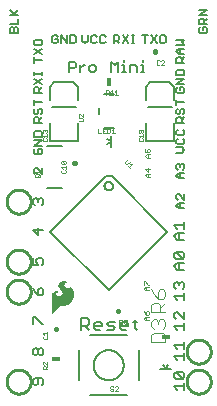
<source format=gbr>
G04 EAGLE Gerber RS-274X export*
G75*
%MOMM*%
%FSLAX34Y34*%
%LPD*%
%INSilkscreen Top*%
%IPPOS*%
%AMOC8*
5,1,8,0,0,1.08239X$1,22.5*%
G01*
%ADD10C,0.254000*%
%ADD11C,0.177800*%
%ADD12C,0.152400*%
%ADD13C,0.127000*%
%ADD14C,0.076200*%
%ADD15C,0.406400*%
%ADD16C,0.025400*%
%ADD17C,0.203200*%
%ADD18R,0.406400X0.711200*%
%ADD19R,0.711200X0.406400*%
%ADD20C,0.101600*%

G36*
X40650Y69751D02*
X40650Y69751D01*
X40654Y69749D01*
X40724Y69785D01*
X40734Y69790D01*
X40735Y69791D01*
X45607Y75273D01*
X46461Y76055D01*
X47451Y76644D01*
X47802Y76771D01*
X48170Y76836D01*
X50445Y76836D01*
X50450Y76838D01*
X50456Y76836D01*
X51820Y76960D01*
X51830Y76966D01*
X51842Y76964D01*
X53161Y77332D01*
X53169Y77340D01*
X53182Y77341D01*
X54412Y77941D01*
X54419Y77948D01*
X54430Y77951D01*
X55587Y78768D01*
X55592Y78776D01*
X55601Y78779D01*
X56632Y79751D01*
X56635Y79759D01*
X56641Y79761D01*
X56642Y79763D01*
X56644Y79764D01*
X57529Y80871D01*
X57531Y80881D01*
X57540Y80888D01*
X58487Y82569D01*
X58488Y82580D01*
X58496Y82590D01*
X59124Y84414D01*
X59123Y84425D01*
X59130Y84436D01*
X59418Y86343D01*
X59415Y86354D01*
X59420Y86366D01*
X59418Y86418D01*
X59410Y86670D01*
X59406Y86796D01*
X59406Y86797D01*
X59398Y87049D01*
X59390Y87302D01*
X59386Y87428D01*
X59378Y87680D01*
X59367Y88059D01*
X59359Y88294D01*
X59355Y88303D01*
X59357Y88315D01*
X59150Y89354D01*
X59145Y89362D01*
X59145Y89373D01*
X58787Y90370D01*
X58781Y90377D01*
X58780Y90388D01*
X58278Y91322D01*
X58269Y91329D01*
X58266Y91341D01*
X57359Y92478D01*
X57348Y92484D01*
X57341Y92497D01*
X56215Y93418D01*
X56172Y93430D01*
X56131Y93446D01*
X56126Y93444D01*
X56120Y93445D01*
X56082Y93424D01*
X56042Y93405D01*
X56039Y93399D01*
X56035Y93397D01*
X56027Y93368D01*
X56009Y93320D01*
X56009Y92440D01*
X55993Y92320D01*
X55949Y92217D01*
X55675Y91877D01*
X55314Y91629D01*
X55140Y91564D01*
X54602Y91506D01*
X54072Y91604D01*
X53584Y91853D01*
X52682Y92504D01*
X52270Y92858D01*
X51919Y93268D01*
X51636Y93726D01*
X51430Y94220D01*
X51371Y94520D01*
X51383Y94823D01*
X51540Y95342D01*
X51826Y95802D01*
X52221Y96172D01*
X52702Y96427D01*
X53192Y96566D01*
X53703Y96623D01*
X54306Y96623D01*
X54307Y96623D01*
X54329Y96632D01*
X54397Y96661D01*
X54432Y96753D01*
X54428Y96762D01*
X54394Y96838D01*
X54392Y96841D01*
X54391Y96842D01*
X54390Y96843D01*
X54369Y96863D01*
X54362Y96866D01*
X54358Y96874D01*
X53923Y97212D01*
X53908Y97216D01*
X53896Y97228D01*
X53392Y97449D01*
X53391Y97449D01*
X53035Y97601D01*
X52807Y97702D01*
X52797Y97703D01*
X52787Y97709D01*
X51909Y97929D01*
X51900Y97928D01*
X51890Y97932D01*
X50990Y98018D01*
X50980Y98014D01*
X50968Y98018D01*
X50100Y97952D01*
X50089Y97946D01*
X50076Y97947D01*
X49236Y97716D01*
X49226Y97708D01*
X49213Y97707D01*
X48433Y97319D01*
X48426Y97311D01*
X48415Y97308D01*
X47638Y96748D01*
X47634Y96741D01*
X47625Y96737D01*
X46929Y96079D01*
X46924Y96068D01*
X46913Y96060D01*
X46482Y95457D01*
X46479Y95442D01*
X46467Y95429D01*
X46200Y94737D01*
X46200Y94721D01*
X46192Y94706D01*
X46105Y93969D01*
X46110Y93954D01*
X46106Y93937D01*
X46205Y93202D01*
X46213Y93189D01*
X46213Y93172D01*
X46493Y92484D01*
X46502Y92475D01*
X46505Y92461D01*
X47692Y90703D01*
X47700Y90698D01*
X47704Y90687D01*
X49157Y89146D01*
X49527Y88711D01*
X49767Y88208D01*
X49869Y87660D01*
X49826Y87104D01*
X49640Y86579D01*
X49325Y86119D01*
X48900Y85754D01*
X48357Y85461D01*
X47771Y85263D01*
X47161Y85166D01*
X46450Y85201D01*
X45772Y85408D01*
X45166Y85773D01*
X44853Y86101D01*
X44647Y86505D01*
X44554Y86921D01*
X44554Y87349D01*
X44647Y87764D01*
X44719Y87902D01*
X44837Y88016D01*
X45661Y88615D01*
X45794Y88686D01*
X45932Y88714D01*
X46090Y88698D01*
X46133Y88712D01*
X46178Y88723D01*
X46180Y88727D01*
X46184Y88728D01*
X46204Y88769D01*
X46227Y88808D01*
X46226Y88812D01*
X46228Y88816D01*
X46213Y88859D01*
X46200Y88903D01*
X46197Y88905D01*
X46196Y88909D01*
X46158Y88928D01*
X46122Y88949D01*
X45639Y89025D01*
X45634Y89024D01*
X45629Y89026D01*
X44689Y89099D01*
X44680Y89096D01*
X44669Y89099D01*
X43729Y89026D01*
X43719Y89021D01*
X43707Y89022D01*
X43008Y88838D01*
X42998Y88830D01*
X42984Y88829D01*
X42336Y88508D01*
X42328Y88499D01*
X42314Y88495D01*
X41744Y88050D01*
X41738Y88039D01*
X41726Y88033D01*
X41256Y87483D01*
X41252Y87471D01*
X41241Y87462D01*
X40840Y86730D01*
X40839Y86717D01*
X40830Y86706D01*
X40590Y85907D01*
X40591Y85894D01*
X40585Y85881D01*
X40515Y85050D01*
X40517Y85044D01*
X40515Y85039D01*
X40515Y69875D01*
X40517Y69870D01*
X40515Y69866D01*
X40536Y69826D01*
X40553Y69784D01*
X40558Y69783D01*
X40560Y69778D01*
X40603Y69765D01*
X40645Y69749D01*
X40650Y69751D01*
G37*
D10*
X2540Y88900D02*
X2543Y89149D01*
X2552Y89399D01*
X2568Y89647D01*
X2589Y89896D01*
X2616Y90144D01*
X2650Y90391D01*
X2690Y90637D01*
X2735Y90882D01*
X2787Y91126D01*
X2844Y91369D01*
X2908Y91610D01*
X2977Y91849D01*
X3053Y92087D01*
X3134Y92323D01*
X3221Y92557D01*
X3313Y92788D01*
X3412Y93017D01*
X3515Y93244D01*
X3625Y93468D01*
X3740Y93689D01*
X3860Y93908D01*
X3985Y94123D01*
X4116Y94336D01*
X4252Y94545D01*
X4393Y94750D01*
X4539Y94952D01*
X4690Y95151D01*
X4846Y95345D01*
X5007Y95536D01*
X5172Y95723D01*
X5342Y95906D01*
X5516Y96084D01*
X5694Y96258D01*
X5877Y96428D01*
X6064Y96593D01*
X6255Y96754D01*
X6449Y96910D01*
X6648Y97061D01*
X6850Y97207D01*
X7055Y97348D01*
X7264Y97484D01*
X7477Y97615D01*
X7692Y97740D01*
X7911Y97860D01*
X8132Y97975D01*
X8356Y98085D01*
X8583Y98188D01*
X8812Y98287D01*
X9043Y98379D01*
X9277Y98466D01*
X9513Y98547D01*
X9751Y98623D01*
X9990Y98692D01*
X10231Y98756D01*
X10474Y98813D01*
X10718Y98865D01*
X10963Y98910D01*
X11209Y98950D01*
X11456Y98984D01*
X11704Y99011D01*
X11953Y99032D01*
X12201Y99048D01*
X12451Y99057D01*
X12700Y99060D01*
X12949Y99057D01*
X13199Y99048D01*
X13447Y99032D01*
X13696Y99011D01*
X13944Y98984D01*
X14191Y98950D01*
X14437Y98910D01*
X14682Y98865D01*
X14926Y98813D01*
X15169Y98756D01*
X15410Y98692D01*
X15649Y98623D01*
X15887Y98547D01*
X16123Y98466D01*
X16357Y98379D01*
X16588Y98287D01*
X16817Y98188D01*
X17044Y98085D01*
X17268Y97975D01*
X17489Y97860D01*
X17708Y97740D01*
X17923Y97615D01*
X18136Y97484D01*
X18345Y97348D01*
X18550Y97207D01*
X18752Y97061D01*
X18951Y96910D01*
X19145Y96754D01*
X19336Y96593D01*
X19523Y96428D01*
X19706Y96258D01*
X19884Y96084D01*
X20058Y95906D01*
X20228Y95723D01*
X20393Y95536D01*
X20554Y95345D01*
X20710Y95151D01*
X20861Y94952D01*
X21007Y94750D01*
X21148Y94545D01*
X21284Y94336D01*
X21415Y94123D01*
X21540Y93908D01*
X21660Y93689D01*
X21775Y93468D01*
X21885Y93244D01*
X21988Y93017D01*
X22087Y92788D01*
X22179Y92557D01*
X22266Y92323D01*
X22347Y92087D01*
X22423Y91849D01*
X22492Y91610D01*
X22556Y91369D01*
X22613Y91126D01*
X22665Y90882D01*
X22710Y90637D01*
X22750Y90391D01*
X22784Y90144D01*
X22811Y89896D01*
X22832Y89647D01*
X22848Y89399D01*
X22857Y89149D01*
X22860Y88900D01*
X22857Y88651D01*
X22848Y88401D01*
X22832Y88153D01*
X22811Y87904D01*
X22784Y87656D01*
X22750Y87409D01*
X22710Y87163D01*
X22665Y86918D01*
X22613Y86674D01*
X22556Y86431D01*
X22492Y86190D01*
X22423Y85951D01*
X22347Y85713D01*
X22266Y85477D01*
X22179Y85243D01*
X22087Y85012D01*
X21988Y84783D01*
X21885Y84556D01*
X21775Y84332D01*
X21660Y84111D01*
X21540Y83892D01*
X21415Y83677D01*
X21284Y83464D01*
X21148Y83255D01*
X21007Y83050D01*
X20861Y82848D01*
X20710Y82649D01*
X20554Y82455D01*
X20393Y82264D01*
X20228Y82077D01*
X20058Y81894D01*
X19884Y81716D01*
X19706Y81542D01*
X19523Y81372D01*
X19336Y81207D01*
X19145Y81046D01*
X18951Y80890D01*
X18752Y80739D01*
X18550Y80593D01*
X18345Y80452D01*
X18136Y80316D01*
X17923Y80185D01*
X17708Y80060D01*
X17489Y79940D01*
X17268Y79825D01*
X17044Y79715D01*
X16817Y79612D01*
X16588Y79513D01*
X16357Y79421D01*
X16123Y79334D01*
X15887Y79253D01*
X15649Y79177D01*
X15410Y79108D01*
X15169Y79044D01*
X14926Y78987D01*
X14682Y78935D01*
X14437Y78890D01*
X14191Y78850D01*
X13944Y78816D01*
X13696Y78789D01*
X13447Y78768D01*
X13199Y78752D01*
X12949Y78743D01*
X12700Y78740D01*
X12451Y78743D01*
X12201Y78752D01*
X11953Y78768D01*
X11704Y78789D01*
X11456Y78816D01*
X11209Y78850D01*
X10963Y78890D01*
X10718Y78935D01*
X10474Y78987D01*
X10231Y79044D01*
X9990Y79108D01*
X9751Y79177D01*
X9513Y79253D01*
X9277Y79334D01*
X9043Y79421D01*
X8812Y79513D01*
X8583Y79612D01*
X8356Y79715D01*
X8132Y79825D01*
X7911Y79940D01*
X7692Y80060D01*
X7477Y80185D01*
X7264Y80316D01*
X7055Y80452D01*
X6850Y80593D01*
X6648Y80739D01*
X6449Y80890D01*
X6255Y81046D01*
X6064Y81207D01*
X5877Y81372D01*
X5694Y81542D01*
X5516Y81716D01*
X5342Y81894D01*
X5172Y82077D01*
X5007Y82264D01*
X4846Y82455D01*
X4690Y82649D01*
X4539Y82848D01*
X4393Y83050D01*
X4252Y83255D01*
X4116Y83464D01*
X3985Y83677D01*
X3860Y83892D01*
X3740Y84111D01*
X3625Y84332D01*
X3515Y84556D01*
X3412Y84783D01*
X3313Y85012D01*
X3221Y85243D01*
X3134Y85477D01*
X3053Y85713D01*
X2977Y85951D01*
X2908Y86190D01*
X2844Y86431D01*
X2787Y86674D01*
X2735Y86918D01*
X2690Y87163D01*
X2650Y87409D01*
X2616Y87656D01*
X2589Y87904D01*
X2568Y88153D01*
X2552Y88401D01*
X2543Y88651D01*
X2540Y88900D01*
X2540Y114300D02*
X2543Y114549D01*
X2552Y114799D01*
X2568Y115047D01*
X2589Y115296D01*
X2616Y115544D01*
X2650Y115791D01*
X2690Y116037D01*
X2735Y116282D01*
X2787Y116526D01*
X2844Y116769D01*
X2908Y117010D01*
X2977Y117249D01*
X3053Y117487D01*
X3134Y117723D01*
X3221Y117957D01*
X3313Y118188D01*
X3412Y118417D01*
X3515Y118644D01*
X3625Y118868D01*
X3740Y119089D01*
X3860Y119308D01*
X3985Y119523D01*
X4116Y119736D01*
X4252Y119945D01*
X4393Y120150D01*
X4539Y120352D01*
X4690Y120551D01*
X4846Y120745D01*
X5007Y120936D01*
X5172Y121123D01*
X5342Y121306D01*
X5516Y121484D01*
X5694Y121658D01*
X5877Y121828D01*
X6064Y121993D01*
X6255Y122154D01*
X6449Y122310D01*
X6648Y122461D01*
X6850Y122607D01*
X7055Y122748D01*
X7264Y122884D01*
X7477Y123015D01*
X7692Y123140D01*
X7911Y123260D01*
X8132Y123375D01*
X8356Y123485D01*
X8583Y123588D01*
X8812Y123687D01*
X9043Y123779D01*
X9277Y123866D01*
X9513Y123947D01*
X9751Y124023D01*
X9990Y124092D01*
X10231Y124156D01*
X10474Y124213D01*
X10718Y124265D01*
X10963Y124310D01*
X11209Y124350D01*
X11456Y124384D01*
X11704Y124411D01*
X11953Y124432D01*
X12201Y124448D01*
X12451Y124457D01*
X12700Y124460D01*
X12949Y124457D01*
X13199Y124448D01*
X13447Y124432D01*
X13696Y124411D01*
X13944Y124384D01*
X14191Y124350D01*
X14437Y124310D01*
X14682Y124265D01*
X14926Y124213D01*
X15169Y124156D01*
X15410Y124092D01*
X15649Y124023D01*
X15887Y123947D01*
X16123Y123866D01*
X16357Y123779D01*
X16588Y123687D01*
X16817Y123588D01*
X17044Y123485D01*
X17268Y123375D01*
X17489Y123260D01*
X17708Y123140D01*
X17923Y123015D01*
X18136Y122884D01*
X18345Y122748D01*
X18550Y122607D01*
X18752Y122461D01*
X18951Y122310D01*
X19145Y122154D01*
X19336Y121993D01*
X19523Y121828D01*
X19706Y121658D01*
X19884Y121484D01*
X20058Y121306D01*
X20228Y121123D01*
X20393Y120936D01*
X20554Y120745D01*
X20710Y120551D01*
X20861Y120352D01*
X21007Y120150D01*
X21148Y119945D01*
X21284Y119736D01*
X21415Y119523D01*
X21540Y119308D01*
X21660Y119089D01*
X21775Y118868D01*
X21885Y118644D01*
X21988Y118417D01*
X22087Y118188D01*
X22179Y117957D01*
X22266Y117723D01*
X22347Y117487D01*
X22423Y117249D01*
X22492Y117010D01*
X22556Y116769D01*
X22613Y116526D01*
X22665Y116282D01*
X22710Y116037D01*
X22750Y115791D01*
X22784Y115544D01*
X22811Y115296D01*
X22832Y115047D01*
X22848Y114799D01*
X22857Y114549D01*
X22860Y114300D01*
X22857Y114051D01*
X22848Y113801D01*
X22832Y113553D01*
X22811Y113304D01*
X22784Y113056D01*
X22750Y112809D01*
X22710Y112563D01*
X22665Y112318D01*
X22613Y112074D01*
X22556Y111831D01*
X22492Y111590D01*
X22423Y111351D01*
X22347Y111113D01*
X22266Y110877D01*
X22179Y110643D01*
X22087Y110412D01*
X21988Y110183D01*
X21885Y109956D01*
X21775Y109732D01*
X21660Y109511D01*
X21540Y109292D01*
X21415Y109077D01*
X21284Y108864D01*
X21148Y108655D01*
X21007Y108450D01*
X20861Y108248D01*
X20710Y108049D01*
X20554Y107855D01*
X20393Y107664D01*
X20228Y107477D01*
X20058Y107294D01*
X19884Y107116D01*
X19706Y106942D01*
X19523Y106772D01*
X19336Y106607D01*
X19145Y106446D01*
X18951Y106290D01*
X18752Y106139D01*
X18550Y105993D01*
X18345Y105852D01*
X18136Y105716D01*
X17923Y105585D01*
X17708Y105460D01*
X17489Y105340D01*
X17268Y105225D01*
X17044Y105115D01*
X16817Y105012D01*
X16588Y104913D01*
X16357Y104821D01*
X16123Y104734D01*
X15887Y104653D01*
X15649Y104577D01*
X15410Y104508D01*
X15169Y104444D01*
X14926Y104387D01*
X14682Y104335D01*
X14437Y104290D01*
X14191Y104250D01*
X13944Y104216D01*
X13696Y104189D01*
X13447Y104168D01*
X13199Y104152D01*
X12949Y104143D01*
X12700Y104140D01*
X12451Y104143D01*
X12201Y104152D01*
X11953Y104168D01*
X11704Y104189D01*
X11456Y104216D01*
X11209Y104250D01*
X10963Y104290D01*
X10718Y104335D01*
X10474Y104387D01*
X10231Y104444D01*
X9990Y104508D01*
X9751Y104577D01*
X9513Y104653D01*
X9277Y104734D01*
X9043Y104821D01*
X8812Y104913D01*
X8583Y105012D01*
X8356Y105115D01*
X8132Y105225D01*
X7911Y105340D01*
X7692Y105460D01*
X7477Y105585D01*
X7264Y105716D01*
X7055Y105852D01*
X6850Y105993D01*
X6648Y106139D01*
X6449Y106290D01*
X6255Y106446D01*
X6064Y106607D01*
X5877Y106772D01*
X5694Y106942D01*
X5516Y107116D01*
X5342Y107294D01*
X5172Y107477D01*
X5007Y107664D01*
X4846Y107855D01*
X4690Y108049D01*
X4539Y108248D01*
X4393Y108450D01*
X4252Y108655D01*
X4116Y108864D01*
X3985Y109077D01*
X3860Y109292D01*
X3740Y109511D01*
X3625Y109732D01*
X3515Y109956D01*
X3412Y110183D01*
X3313Y110412D01*
X3221Y110643D01*
X3134Y110877D01*
X3053Y111113D01*
X2977Y111351D01*
X2908Y111590D01*
X2844Y111831D01*
X2787Y112074D01*
X2735Y112318D01*
X2690Y112563D01*
X2650Y112809D01*
X2616Y113056D01*
X2589Y113304D01*
X2568Y113553D01*
X2552Y113801D01*
X2543Y114051D01*
X2540Y114300D01*
X2540Y165100D02*
X2543Y165349D01*
X2552Y165599D01*
X2568Y165847D01*
X2589Y166096D01*
X2616Y166344D01*
X2650Y166591D01*
X2690Y166837D01*
X2735Y167082D01*
X2787Y167326D01*
X2844Y167569D01*
X2908Y167810D01*
X2977Y168049D01*
X3053Y168287D01*
X3134Y168523D01*
X3221Y168757D01*
X3313Y168988D01*
X3412Y169217D01*
X3515Y169444D01*
X3625Y169668D01*
X3740Y169889D01*
X3860Y170108D01*
X3985Y170323D01*
X4116Y170536D01*
X4252Y170745D01*
X4393Y170950D01*
X4539Y171152D01*
X4690Y171351D01*
X4846Y171545D01*
X5007Y171736D01*
X5172Y171923D01*
X5342Y172106D01*
X5516Y172284D01*
X5694Y172458D01*
X5877Y172628D01*
X6064Y172793D01*
X6255Y172954D01*
X6449Y173110D01*
X6648Y173261D01*
X6850Y173407D01*
X7055Y173548D01*
X7264Y173684D01*
X7477Y173815D01*
X7692Y173940D01*
X7911Y174060D01*
X8132Y174175D01*
X8356Y174285D01*
X8583Y174388D01*
X8812Y174487D01*
X9043Y174579D01*
X9277Y174666D01*
X9513Y174747D01*
X9751Y174823D01*
X9990Y174892D01*
X10231Y174956D01*
X10474Y175013D01*
X10718Y175065D01*
X10963Y175110D01*
X11209Y175150D01*
X11456Y175184D01*
X11704Y175211D01*
X11953Y175232D01*
X12201Y175248D01*
X12451Y175257D01*
X12700Y175260D01*
X12949Y175257D01*
X13199Y175248D01*
X13447Y175232D01*
X13696Y175211D01*
X13944Y175184D01*
X14191Y175150D01*
X14437Y175110D01*
X14682Y175065D01*
X14926Y175013D01*
X15169Y174956D01*
X15410Y174892D01*
X15649Y174823D01*
X15887Y174747D01*
X16123Y174666D01*
X16357Y174579D01*
X16588Y174487D01*
X16817Y174388D01*
X17044Y174285D01*
X17268Y174175D01*
X17489Y174060D01*
X17708Y173940D01*
X17923Y173815D01*
X18136Y173684D01*
X18345Y173548D01*
X18550Y173407D01*
X18752Y173261D01*
X18951Y173110D01*
X19145Y172954D01*
X19336Y172793D01*
X19523Y172628D01*
X19706Y172458D01*
X19884Y172284D01*
X20058Y172106D01*
X20228Y171923D01*
X20393Y171736D01*
X20554Y171545D01*
X20710Y171351D01*
X20861Y171152D01*
X21007Y170950D01*
X21148Y170745D01*
X21284Y170536D01*
X21415Y170323D01*
X21540Y170108D01*
X21660Y169889D01*
X21775Y169668D01*
X21885Y169444D01*
X21988Y169217D01*
X22087Y168988D01*
X22179Y168757D01*
X22266Y168523D01*
X22347Y168287D01*
X22423Y168049D01*
X22492Y167810D01*
X22556Y167569D01*
X22613Y167326D01*
X22665Y167082D01*
X22710Y166837D01*
X22750Y166591D01*
X22784Y166344D01*
X22811Y166096D01*
X22832Y165847D01*
X22848Y165599D01*
X22857Y165349D01*
X22860Y165100D01*
X22857Y164851D01*
X22848Y164601D01*
X22832Y164353D01*
X22811Y164104D01*
X22784Y163856D01*
X22750Y163609D01*
X22710Y163363D01*
X22665Y163118D01*
X22613Y162874D01*
X22556Y162631D01*
X22492Y162390D01*
X22423Y162151D01*
X22347Y161913D01*
X22266Y161677D01*
X22179Y161443D01*
X22087Y161212D01*
X21988Y160983D01*
X21885Y160756D01*
X21775Y160532D01*
X21660Y160311D01*
X21540Y160092D01*
X21415Y159877D01*
X21284Y159664D01*
X21148Y159455D01*
X21007Y159250D01*
X20861Y159048D01*
X20710Y158849D01*
X20554Y158655D01*
X20393Y158464D01*
X20228Y158277D01*
X20058Y158094D01*
X19884Y157916D01*
X19706Y157742D01*
X19523Y157572D01*
X19336Y157407D01*
X19145Y157246D01*
X18951Y157090D01*
X18752Y156939D01*
X18550Y156793D01*
X18345Y156652D01*
X18136Y156516D01*
X17923Y156385D01*
X17708Y156260D01*
X17489Y156140D01*
X17268Y156025D01*
X17044Y155915D01*
X16817Y155812D01*
X16588Y155713D01*
X16357Y155621D01*
X16123Y155534D01*
X15887Y155453D01*
X15649Y155377D01*
X15410Y155308D01*
X15169Y155244D01*
X14926Y155187D01*
X14682Y155135D01*
X14437Y155090D01*
X14191Y155050D01*
X13944Y155016D01*
X13696Y154989D01*
X13447Y154968D01*
X13199Y154952D01*
X12949Y154943D01*
X12700Y154940D01*
X12451Y154943D01*
X12201Y154952D01*
X11953Y154968D01*
X11704Y154989D01*
X11456Y155016D01*
X11209Y155050D01*
X10963Y155090D01*
X10718Y155135D01*
X10474Y155187D01*
X10231Y155244D01*
X9990Y155308D01*
X9751Y155377D01*
X9513Y155453D01*
X9277Y155534D01*
X9043Y155621D01*
X8812Y155713D01*
X8583Y155812D01*
X8356Y155915D01*
X8132Y156025D01*
X7911Y156140D01*
X7692Y156260D01*
X7477Y156385D01*
X7264Y156516D01*
X7055Y156652D01*
X6850Y156793D01*
X6648Y156939D01*
X6449Y157090D01*
X6255Y157246D01*
X6064Y157407D01*
X5877Y157572D01*
X5694Y157742D01*
X5516Y157916D01*
X5342Y158094D01*
X5172Y158277D01*
X5007Y158464D01*
X4846Y158655D01*
X4690Y158849D01*
X4539Y159048D01*
X4393Y159250D01*
X4252Y159455D01*
X4116Y159664D01*
X3985Y159877D01*
X3860Y160092D01*
X3740Y160311D01*
X3625Y160532D01*
X3515Y160756D01*
X3412Y160983D01*
X3313Y161212D01*
X3221Y161443D01*
X3134Y161677D01*
X3053Y161913D01*
X2977Y162151D01*
X2908Y162390D01*
X2844Y162631D01*
X2787Y162874D01*
X2735Y163118D01*
X2690Y163363D01*
X2650Y163609D01*
X2616Y163856D01*
X2589Y164104D01*
X2568Y164353D01*
X2552Y164601D01*
X2543Y164851D01*
X2540Y165100D01*
X2540Y12700D02*
X2543Y12949D01*
X2552Y13199D01*
X2568Y13447D01*
X2589Y13696D01*
X2616Y13944D01*
X2650Y14191D01*
X2690Y14437D01*
X2735Y14682D01*
X2787Y14926D01*
X2844Y15169D01*
X2908Y15410D01*
X2977Y15649D01*
X3053Y15887D01*
X3134Y16123D01*
X3221Y16357D01*
X3313Y16588D01*
X3412Y16817D01*
X3515Y17044D01*
X3625Y17268D01*
X3740Y17489D01*
X3860Y17708D01*
X3985Y17923D01*
X4116Y18136D01*
X4252Y18345D01*
X4393Y18550D01*
X4539Y18752D01*
X4690Y18951D01*
X4846Y19145D01*
X5007Y19336D01*
X5172Y19523D01*
X5342Y19706D01*
X5516Y19884D01*
X5694Y20058D01*
X5877Y20228D01*
X6064Y20393D01*
X6255Y20554D01*
X6449Y20710D01*
X6648Y20861D01*
X6850Y21007D01*
X7055Y21148D01*
X7264Y21284D01*
X7477Y21415D01*
X7692Y21540D01*
X7911Y21660D01*
X8132Y21775D01*
X8356Y21885D01*
X8583Y21988D01*
X8812Y22087D01*
X9043Y22179D01*
X9277Y22266D01*
X9513Y22347D01*
X9751Y22423D01*
X9990Y22492D01*
X10231Y22556D01*
X10474Y22613D01*
X10718Y22665D01*
X10963Y22710D01*
X11209Y22750D01*
X11456Y22784D01*
X11704Y22811D01*
X11953Y22832D01*
X12201Y22848D01*
X12451Y22857D01*
X12700Y22860D01*
X12949Y22857D01*
X13199Y22848D01*
X13447Y22832D01*
X13696Y22811D01*
X13944Y22784D01*
X14191Y22750D01*
X14437Y22710D01*
X14682Y22665D01*
X14926Y22613D01*
X15169Y22556D01*
X15410Y22492D01*
X15649Y22423D01*
X15887Y22347D01*
X16123Y22266D01*
X16357Y22179D01*
X16588Y22087D01*
X16817Y21988D01*
X17044Y21885D01*
X17268Y21775D01*
X17489Y21660D01*
X17708Y21540D01*
X17923Y21415D01*
X18136Y21284D01*
X18345Y21148D01*
X18550Y21007D01*
X18752Y20861D01*
X18951Y20710D01*
X19145Y20554D01*
X19336Y20393D01*
X19523Y20228D01*
X19706Y20058D01*
X19884Y19884D01*
X20058Y19706D01*
X20228Y19523D01*
X20393Y19336D01*
X20554Y19145D01*
X20710Y18951D01*
X20861Y18752D01*
X21007Y18550D01*
X21148Y18345D01*
X21284Y18136D01*
X21415Y17923D01*
X21540Y17708D01*
X21660Y17489D01*
X21775Y17268D01*
X21885Y17044D01*
X21988Y16817D01*
X22087Y16588D01*
X22179Y16357D01*
X22266Y16123D01*
X22347Y15887D01*
X22423Y15649D01*
X22492Y15410D01*
X22556Y15169D01*
X22613Y14926D01*
X22665Y14682D01*
X22710Y14437D01*
X22750Y14191D01*
X22784Y13944D01*
X22811Y13696D01*
X22832Y13447D01*
X22848Y13199D01*
X22857Y12949D01*
X22860Y12700D01*
X22857Y12451D01*
X22848Y12201D01*
X22832Y11953D01*
X22811Y11704D01*
X22784Y11456D01*
X22750Y11209D01*
X22710Y10963D01*
X22665Y10718D01*
X22613Y10474D01*
X22556Y10231D01*
X22492Y9990D01*
X22423Y9751D01*
X22347Y9513D01*
X22266Y9277D01*
X22179Y9043D01*
X22087Y8812D01*
X21988Y8583D01*
X21885Y8356D01*
X21775Y8132D01*
X21660Y7911D01*
X21540Y7692D01*
X21415Y7477D01*
X21284Y7264D01*
X21148Y7055D01*
X21007Y6850D01*
X20861Y6648D01*
X20710Y6449D01*
X20554Y6255D01*
X20393Y6064D01*
X20228Y5877D01*
X20058Y5694D01*
X19884Y5516D01*
X19706Y5342D01*
X19523Y5172D01*
X19336Y5007D01*
X19145Y4846D01*
X18951Y4690D01*
X18752Y4539D01*
X18550Y4393D01*
X18345Y4252D01*
X18136Y4116D01*
X17923Y3985D01*
X17708Y3860D01*
X17489Y3740D01*
X17268Y3625D01*
X17044Y3515D01*
X16817Y3412D01*
X16588Y3313D01*
X16357Y3221D01*
X16123Y3134D01*
X15887Y3053D01*
X15649Y2977D01*
X15410Y2908D01*
X15169Y2844D01*
X14926Y2787D01*
X14682Y2735D01*
X14437Y2690D01*
X14191Y2650D01*
X13944Y2616D01*
X13696Y2589D01*
X13447Y2568D01*
X13199Y2552D01*
X12949Y2543D01*
X12700Y2540D01*
X12451Y2543D01*
X12201Y2552D01*
X11953Y2568D01*
X11704Y2589D01*
X11456Y2616D01*
X11209Y2650D01*
X10963Y2690D01*
X10718Y2735D01*
X10474Y2787D01*
X10231Y2844D01*
X9990Y2908D01*
X9751Y2977D01*
X9513Y3053D01*
X9277Y3134D01*
X9043Y3221D01*
X8812Y3313D01*
X8583Y3412D01*
X8356Y3515D01*
X8132Y3625D01*
X7911Y3740D01*
X7692Y3860D01*
X7477Y3985D01*
X7264Y4116D01*
X7055Y4252D01*
X6850Y4393D01*
X6648Y4539D01*
X6449Y4690D01*
X6255Y4846D01*
X6064Y5007D01*
X5877Y5172D01*
X5694Y5342D01*
X5516Y5516D01*
X5342Y5694D01*
X5172Y5877D01*
X5007Y6064D01*
X4846Y6255D01*
X4690Y6449D01*
X4539Y6648D01*
X4393Y6850D01*
X4252Y7055D01*
X4116Y7264D01*
X3985Y7477D01*
X3860Y7692D01*
X3740Y7911D01*
X3625Y8132D01*
X3515Y8356D01*
X3412Y8583D01*
X3313Y8812D01*
X3221Y9043D01*
X3134Y9277D01*
X3053Y9513D01*
X2977Y9751D01*
X2908Y9990D01*
X2844Y10231D01*
X2787Y10474D01*
X2735Y10718D01*
X2690Y10963D01*
X2650Y11209D01*
X2616Y11456D01*
X2589Y11704D01*
X2568Y11953D01*
X2552Y12201D01*
X2543Y12451D01*
X2540Y12700D01*
X154940Y12700D02*
X154943Y12949D01*
X154952Y13199D01*
X154968Y13447D01*
X154989Y13696D01*
X155016Y13944D01*
X155050Y14191D01*
X155090Y14437D01*
X155135Y14682D01*
X155187Y14926D01*
X155244Y15169D01*
X155308Y15410D01*
X155377Y15649D01*
X155453Y15887D01*
X155534Y16123D01*
X155621Y16357D01*
X155713Y16588D01*
X155812Y16817D01*
X155915Y17044D01*
X156025Y17268D01*
X156140Y17489D01*
X156260Y17708D01*
X156385Y17923D01*
X156516Y18136D01*
X156652Y18345D01*
X156793Y18550D01*
X156939Y18752D01*
X157090Y18951D01*
X157246Y19145D01*
X157407Y19336D01*
X157572Y19523D01*
X157742Y19706D01*
X157916Y19884D01*
X158094Y20058D01*
X158277Y20228D01*
X158464Y20393D01*
X158655Y20554D01*
X158849Y20710D01*
X159048Y20861D01*
X159250Y21007D01*
X159455Y21148D01*
X159664Y21284D01*
X159877Y21415D01*
X160092Y21540D01*
X160311Y21660D01*
X160532Y21775D01*
X160756Y21885D01*
X160983Y21988D01*
X161212Y22087D01*
X161443Y22179D01*
X161677Y22266D01*
X161913Y22347D01*
X162151Y22423D01*
X162390Y22492D01*
X162631Y22556D01*
X162874Y22613D01*
X163118Y22665D01*
X163363Y22710D01*
X163609Y22750D01*
X163856Y22784D01*
X164104Y22811D01*
X164353Y22832D01*
X164601Y22848D01*
X164851Y22857D01*
X165100Y22860D01*
X165349Y22857D01*
X165599Y22848D01*
X165847Y22832D01*
X166096Y22811D01*
X166344Y22784D01*
X166591Y22750D01*
X166837Y22710D01*
X167082Y22665D01*
X167326Y22613D01*
X167569Y22556D01*
X167810Y22492D01*
X168049Y22423D01*
X168287Y22347D01*
X168523Y22266D01*
X168757Y22179D01*
X168988Y22087D01*
X169217Y21988D01*
X169444Y21885D01*
X169668Y21775D01*
X169889Y21660D01*
X170108Y21540D01*
X170323Y21415D01*
X170536Y21284D01*
X170745Y21148D01*
X170950Y21007D01*
X171152Y20861D01*
X171351Y20710D01*
X171545Y20554D01*
X171736Y20393D01*
X171923Y20228D01*
X172106Y20058D01*
X172284Y19884D01*
X172458Y19706D01*
X172628Y19523D01*
X172793Y19336D01*
X172954Y19145D01*
X173110Y18951D01*
X173261Y18752D01*
X173407Y18550D01*
X173548Y18345D01*
X173684Y18136D01*
X173815Y17923D01*
X173940Y17708D01*
X174060Y17489D01*
X174175Y17268D01*
X174285Y17044D01*
X174388Y16817D01*
X174487Y16588D01*
X174579Y16357D01*
X174666Y16123D01*
X174747Y15887D01*
X174823Y15649D01*
X174892Y15410D01*
X174956Y15169D01*
X175013Y14926D01*
X175065Y14682D01*
X175110Y14437D01*
X175150Y14191D01*
X175184Y13944D01*
X175211Y13696D01*
X175232Y13447D01*
X175248Y13199D01*
X175257Y12949D01*
X175260Y12700D01*
X175257Y12451D01*
X175248Y12201D01*
X175232Y11953D01*
X175211Y11704D01*
X175184Y11456D01*
X175150Y11209D01*
X175110Y10963D01*
X175065Y10718D01*
X175013Y10474D01*
X174956Y10231D01*
X174892Y9990D01*
X174823Y9751D01*
X174747Y9513D01*
X174666Y9277D01*
X174579Y9043D01*
X174487Y8812D01*
X174388Y8583D01*
X174285Y8356D01*
X174175Y8132D01*
X174060Y7911D01*
X173940Y7692D01*
X173815Y7477D01*
X173684Y7264D01*
X173548Y7055D01*
X173407Y6850D01*
X173261Y6648D01*
X173110Y6449D01*
X172954Y6255D01*
X172793Y6064D01*
X172628Y5877D01*
X172458Y5694D01*
X172284Y5516D01*
X172106Y5342D01*
X171923Y5172D01*
X171736Y5007D01*
X171545Y4846D01*
X171351Y4690D01*
X171152Y4539D01*
X170950Y4393D01*
X170745Y4252D01*
X170536Y4116D01*
X170323Y3985D01*
X170108Y3860D01*
X169889Y3740D01*
X169668Y3625D01*
X169444Y3515D01*
X169217Y3412D01*
X168988Y3313D01*
X168757Y3221D01*
X168523Y3134D01*
X168287Y3053D01*
X168049Y2977D01*
X167810Y2908D01*
X167569Y2844D01*
X167326Y2787D01*
X167082Y2735D01*
X166837Y2690D01*
X166591Y2650D01*
X166344Y2616D01*
X166096Y2589D01*
X165847Y2568D01*
X165599Y2552D01*
X165349Y2543D01*
X165100Y2540D01*
X164851Y2543D01*
X164601Y2552D01*
X164353Y2568D01*
X164104Y2589D01*
X163856Y2616D01*
X163609Y2650D01*
X163363Y2690D01*
X163118Y2735D01*
X162874Y2787D01*
X162631Y2844D01*
X162390Y2908D01*
X162151Y2977D01*
X161913Y3053D01*
X161677Y3134D01*
X161443Y3221D01*
X161212Y3313D01*
X160983Y3412D01*
X160756Y3515D01*
X160532Y3625D01*
X160311Y3740D01*
X160092Y3860D01*
X159877Y3985D01*
X159664Y4116D01*
X159455Y4252D01*
X159250Y4393D01*
X159048Y4539D01*
X158849Y4690D01*
X158655Y4846D01*
X158464Y5007D01*
X158277Y5172D01*
X158094Y5342D01*
X157916Y5516D01*
X157742Y5694D01*
X157572Y5877D01*
X157407Y6064D01*
X157246Y6255D01*
X157090Y6449D01*
X156939Y6648D01*
X156793Y6850D01*
X156652Y7055D01*
X156516Y7264D01*
X156385Y7477D01*
X156260Y7692D01*
X156140Y7911D01*
X156025Y8132D01*
X155915Y8356D01*
X155812Y8583D01*
X155713Y8812D01*
X155621Y9043D01*
X155534Y9277D01*
X155453Y9513D01*
X155377Y9751D01*
X155308Y9990D01*
X155244Y10231D01*
X155187Y10474D01*
X155135Y10718D01*
X155090Y10963D01*
X155050Y11209D01*
X155016Y11456D01*
X154989Y11704D01*
X154968Y11953D01*
X154952Y12201D01*
X154943Y12451D01*
X154940Y12700D01*
X154940Y38100D02*
X154943Y38349D01*
X154952Y38599D01*
X154968Y38847D01*
X154989Y39096D01*
X155016Y39344D01*
X155050Y39591D01*
X155090Y39837D01*
X155135Y40082D01*
X155187Y40326D01*
X155244Y40569D01*
X155308Y40810D01*
X155377Y41049D01*
X155453Y41287D01*
X155534Y41523D01*
X155621Y41757D01*
X155713Y41988D01*
X155812Y42217D01*
X155915Y42444D01*
X156025Y42668D01*
X156140Y42889D01*
X156260Y43108D01*
X156385Y43323D01*
X156516Y43536D01*
X156652Y43745D01*
X156793Y43950D01*
X156939Y44152D01*
X157090Y44351D01*
X157246Y44545D01*
X157407Y44736D01*
X157572Y44923D01*
X157742Y45106D01*
X157916Y45284D01*
X158094Y45458D01*
X158277Y45628D01*
X158464Y45793D01*
X158655Y45954D01*
X158849Y46110D01*
X159048Y46261D01*
X159250Y46407D01*
X159455Y46548D01*
X159664Y46684D01*
X159877Y46815D01*
X160092Y46940D01*
X160311Y47060D01*
X160532Y47175D01*
X160756Y47285D01*
X160983Y47388D01*
X161212Y47487D01*
X161443Y47579D01*
X161677Y47666D01*
X161913Y47747D01*
X162151Y47823D01*
X162390Y47892D01*
X162631Y47956D01*
X162874Y48013D01*
X163118Y48065D01*
X163363Y48110D01*
X163609Y48150D01*
X163856Y48184D01*
X164104Y48211D01*
X164353Y48232D01*
X164601Y48248D01*
X164851Y48257D01*
X165100Y48260D01*
X165349Y48257D01*
X165599Y48248D01*
X165847Y48232D01*
X166096Y48211D01*
X166344Y48184D01*
X166591Y48150D01*
X166837Y48110D01*
X167082Y48065D01*
X167326Y48013D01*
X167569Y47956D01*
X167810Y47892D01*
X168049Y47823D01*
X168287Y47747D01*
X168523Y47666D01*
X168757Y47579D01*
X168988Y47487D01*
X169217Y47388D01*
X169444Y47285D01*
X169668Y47175D01*
X169889Y47060D01*
X170108Y46940D01*
X170323Y46815D01*
X170536Y46684D01*
X170745Y46548D01*
X170950Y46407D01*
X171152Y46261D01*
X171351Y46110D01*
X171545Y45954D01*
X171736Y45793D01*
X171923Y45628D01*
X172106Y45458D01*
X172284Y45284D01*
X172458Y45106D01*
X172628Y44923D01*
X172793Y44736D01*
X172954Y44545D01*
X173110Y44351D01*
X173261Y44152D01*
X173407Y43950D01*
X173548Y43745D01*
X173684Y43536D01*
X173815Y43323D01*
X173940Y43108D01*
X174060Y42889D01*
X174175Y42668D01*
X174285Y42444D01*
X174388Y42217D01*
X174487Y41988D01*
X174579Y41757D01*
X174666Y41523D01*
X174747Y41287D01*
X174823Y41049D01*
X174892Y40810D01*
X174956Y40569D01*
X175013Y40326D01*
X175065Y40082D01*
X175110Y39837D01*
X175150Y39591D01*
X175184Y39344D01*
X175211Y39096D01*
X175232Y38847D01*
X175248Y38599D01*
X175257Y38349D01*
X175260Y38100D01*
X175257Y37851D01*
X175248Y37601D01*
X175232Y37353D01*
X175211Y37104D01*
X175184Y36856D01*
X175150Y36609D01*
X175110Y36363D01*
X175065Y36118D01*
X175013Y35874D01*
X174956Y35631D01*
X174892Y35390D01*
X174823Y35151D01*
X174747Y34913D01*
X174666Y34677D01*
X174579Y34443D01*
X174487Y34212D01*
X174388Y33983D01*
X174285Y33756D01*
X174175Y33532D01*
X174060Y33311D01*
X173940Y33092D01*
X173815Y32877D01*
X173684Y32664D01*
X173548Y32455D01*
X173407Y32250D01*
X173261Y32048D01*
X173110Y31849D01*
X172954Y31655D01*
X172793Y31464D01*
X172628Y31277D01*
X172458Y31094D01*
X172284Y30916D01*
X172106Y30742D01*
X171923Y30572D01*
X171736Y30407D01*
X171545Y30246D01*
X171351Y30090D01*
X171152Y29939D01*
X170950Y29793D01*
X170745Y29652D01*
X170536Y29516D01*
X170323Y29385D01*
X170108Y29260D01*
X169889Y29140D01*
X169668Y29025D01*
X169444Y28915D01*
X169217Y28812D01*
X168988Y28713D01*
X168757Y28621D01*
X168523Y28534D01*
X168287Y28453D01*
X168049Y28377D01*
X167810Y28308D01*
X167569Y28244D01*
X167326Y28187D01*
X167082Y28135D01*
X166837Y28090D01*
X166591Y28050D01*
X166344Y28016D01*
X166096Y27989D01*
X165847Y27968D01*
X165599Y27952D01*
X165349Y27943D01*
X165100Y27940D01*
X164851Y27943D01*
X164601Y27952D01*
X164353Y27968D01*
X164104Y27989D01*
X163856Y28016D01*
X163609Y28050D01*
X163363Y28090D01*
X163118Y28135D01*
X162874Y28187D01*
X162631Y28244D01*
X162390Y28308D01*
X162151Y28377D01*
X161913Y28453D01*
X161677Y28534D01*
X161443Y28621D01*
X161212Y28713D01*
X160983Y28812D01*
X160756Y28915D01*
X160532Y29025D01*
X160311Y29140D01*
X160092Y29260D01*
X159877Y29385D01*
X159664Y29516D01*
X159455Y29652D01*
X159250Y29793D01*
X159048Y29939D01*
X158849Y30090D01*
X158655Y30246D01*
X158464Y30407D01*
X158277Y30572D01*
X158094Y30742D01*
X157916Y30916D01*
X157742Y31094D01*
X157572Y31277D01*
X157407Y31464D01*
X157246Y31655D01*
X157090Y31849D01*
X156939Y32048D01*
X156793Y32250D01*
X156652Y32455D01*
X156516Y32664D01*
X156385Y32877D01*
X156260Y33092D01*
X156140Y33311D01*
X156025Y33532D01*
X155915Y33756D01*
X155812Y33983D01*
X155713Y34212D01*
X155621Y34443D01*
X155534Y34677D01*
X155453Y34913D01*
X155377Y35151D01*
X155308Y35390D01*
X155244Y35631D01*
X155187Y35874D01*
X155135Y36118D01*
X155090Y36363D01*
X155050Y36609D01*
X155016Y36856D01*
X154989Y37104D01*
X154968Y37353D01*
X154952Y37601D01*
X154943Y37851D01*
X154940Y38100D01*
D11*
X65405Y56515D02*
X65405Y66746D01*
X70520Y66746D01*
X72225Y65041D01*
X72225Y61630D01*
X70520Y59925D01*
X65405Y59925D01*
X68815Y59925D02*
X72225Y56515D01*
X78160Y56515D02*
X81570Y56515D01*
X78160Y56515D02*
X76454Y58220D01*
X76454Y61630D01*
X78160Y63335D01*
X81570Y63335D01*
X83275Y61630D01*
X83275Y59925D01*
X76454Y59925D01*
X87504Y56515D02*
X92619Y56515D01*
X94324Y58220D01*
X92619Y59925D01*
X89209Y59925D01*
X87504Y61630D01*
X89209Y63335D01*
X94324Y63335D01*
X100258Y56515D02*
X103669Y56515D01*
X100258Y56515D02*
X98553Y58220D01*
X98553Y61630D01*
X100258Y63335D01*
X103669Y63335D01*
X105374Y61630D01*
X105374Y59925D01*
X98553Y59925D01*
X111308Y58220D02*
X111308Y65041D01*
X111308Y58220D02*
X113013Y56515D01*
X113013Y63335D02*
X109603Y63335D01*
D12*
X33528Y11093D02*
X32087Y9652D01*
X33528Y11093D02*
X33528Y13974D01*
X32087Y15414D01*
X26325Y15414D01*
X24885Y13974D01*
X24885Y11093D01*
X26325Y9652D01*
X27766Y9652D01*
X29206Y11093D01*
X29206Y15414D01*
X26325Y35052D02*
X24885Y36493D01*
X24885Y39374D01*
X26325Y40814D01*
X27766Y40814D01*
X29206Y39374D01*
X30647Y40814D01*
X32087Y40814D01*
X33528Y39374D01*
X33528Y36493D01*
X32087Y35052D01*
X30647Y35052D01*
X29206Y36493D01*
X27766Y35052D01*
X26325Y35052D01*
X29206Y36493D02*
X29206Y39374D01*
X24885Y61722D02*
X24885Y67484D01*
X26325Y67484D01*
X32087Y61722D01*
X33528Y61722D01*
X26325Y88733D02*
X24885Y91614D01*
X26325Y88733D02*
X29206Y85852D01*
X32087Y85852D01*
X33528Y87293D01*
X33528Y90174D01*
X32087Y91614D01*
X30647Y91614D01*
X29206Y90174D01*
X29206Y85852D01*
X24885Y111252D02*
X24885Y117014D01*
X24885Y111252D02*
X29206Y111252D01*
X27766Y114133D01*
X27766Y115574D01*
X29206Y117014D01*
X32087Y117014D01*
X33528Y115574D01*
X33528Y112693D01*
X32087Y111252D01*
X33528Y140974D02*
X24885Y140974D01*
X29206Y136652D01*
X29206Y142414D01*
X26325Y162052D02*
X24885Y163493D01*
X24885Y166374D01*
X26325Y167814D01*
X27766Y167814D01*
X29206Y166374D01*
X29206Y164933D01*
X29206Y166374D02*
X30647Y167814D01*
X32087Y167814D01*
X33528Y166374D01*
X33528Y163493D01*
X32087Y162052D01*
D13*
X32385Y188595D02*
X32385Y193171D01*
X32385Y188595D02*
X27809Y193171D01*
X26665Y193171D01*
X25521Y192027D01*
X25521Y189739D01*
X26665Y188595D01*
X25521Y208537D02*
X26665Y209681D01*
X25521Y208537D02*
X25521Y206249D01*
X26665Y205105D01*
X31241Y205105D01*
X32385Y206249D01*
X32385Y208537D01*
X31241Y209681D01*
X28953Y209681D01*
X28953Y207393D01*
X32385Y212589D02*
X25521Y212589D01*
X32385Y217165D01*
X25521Y217165D01*
X25521Y220073D02*
X32385Y220073D01*
X32385Y223505D01*
X31241Y224649D01*
X26665Y224649D01*
X25521Y223505D01*
X25521Y220073D01*
X25521Y231775D02*
X32385Y231775D01*
X25521Y231775D02*
X25521Y235207D01*
X26665Y236351D01*
X28953Y236351D01*
X30097Y235207D01*
X30097Y231775D01*
X30097Y234063D02*
X32385Y236351D01*
X25521Y242691D02*
X26665Y243835D01*
X25521Y242691D02*
X25521Y240403D01*
X26665Y239259D01*
X27809Y239259D01*
X28953Y240403D01*
X28953Y242691D01*
X30097Y243835D01*
X31241Y243835D01*
X32385Y242691D01*
X32385Y240403D01*
X31241Y239259D01*
X32385Y249031D02*
X25521Y249031D01*
X25521Y246743D02*
X25521Y251319D01*
X25521Y257175D02*
X32385Y257175D01*
X25521Y257175D02*
X25521Y260607D01*
X26665Y261751D01*
X28953Y261751D01*
X30097Y260607D01*
X30097Y257175D01*
X30097Y259463D02*
X32385Y261751D01*
X25521Y264659D02*
X32385Y269235D01*
X32385Y264659D02*
X25521Y269235D01*
X32385Y272143D02*
X32385Y274431D01*
X32385Y273287D02*
X25521Y273287D01*
X25521Y272143D02*
X25521Y274431D01*
X25521Y284863D02*
X32385Y284863D01*
X25521Y282575D02*
X25521Y287151D01*
X25521Y290059D02*
X32385Y294635D01*
X32385Y290059D02*
X25521Y294635D01*
X25521Y298687D02*
X25521Y300975D01*
X25521Y298687D02*
X26665Y297543D01*
X31241Y297543D01*
X32385Y298687D01*
X32385Y300975D01*
X31241Y302119D01*
X26665Y302119D01*
X25521Y300975D01*
X119763Y299085D02*
X119763Y305949D01*
X117475Y305949D02*
X122051Y305949D01*
X124959Y305949D02*
X129535Y299085D01*
X124959Y299085D02*
X129535Y305949D01*
X133587Y305949D02*
X135875Y305949D01*
X133587Y305949D02*
X132443Y304805D01*
X132443Y300229D01*
X133587Y299085D01*
X135875Y299085D01*
X137019Y300229D01*
X137019Y304805D01*
X135875Y305949D01*
X93345Y305949D02*
X93345Y299085D01*
X93345Y305949D02*
X96777Y305949D01*
X97921Y304805D01*
X97921Y302517D01*
X96777Y301373D01*
X93345Y301373D01*
X95633Y301373D02*
X97921Y299085D01*
X100829Y305949D02*
X105405Y299085D01*
X100829Y299085D02*
X105405Y305949D01*
X108313Y299085D02*
X110601Y299085D01*
X109457Y299085D02*
X109457Y305949D01*
X108313Y305949D02*
X110601Y305949D01*
X146171Y282575D02*
X153035Y282575D01*
X146171Y282575D02*
X146171Y286007D01*
X147315Y287151D01*
X149603Y287151D01*
X150747Y286007D01*
X150747Y282575D01*
X150747Y284863D02*
X153035Y287151D01*
X153035Y290059D02*
X148459Y290059D01*
X146171Y292347D01*
X148459Y294635D01*
X153035Y294635D01*
X149603Y294635D02*
X149603Y290059D01*
X146171Y297543D02*
X153035Y297543D01*
X150747Y299831D01*
X153035Y302119D01*
X146171Y302119D01*
X147315Y261751D02*
X146171Y260607D01*
X146171Y258319D01*
X147315Y257175D01*
X151891Y257175D01*
X153035Y258319D01*
X153035Y260607D01*
X151891Y261751D01*
X149603Y261751D01*
X149603Y259463D01*
X153035Y264659D02*
X146171Y264659D01*
X153035Y269235D01*
X146171Y269235D01*
X146171Y272143D02*
X153035Y272143D01*
X153035Y275575D01*
X151891Y276719D01*
X147315Y276719D01*
X146171Y275575D01*
X146171Y272143D01*
X146171Y231775D02*
X153035Y231775D01*
X146171Y231775D02*
X146171Y235207D01*
X147315Y236351D01*
X149603Y236351D01*
X150747Y235207D01*
X150747Y231775D01*
X150747Y234063D02*
X153035Y236351D01*
X146171Y242691D02*
X147315Y243835D01*
X146171Y242691D02*
X146171Y240403D01*
X147315Y239259D01*
X148459Y239259D01*
X149603Y240403D01*
X149603Y242691D01*
X150747Y243835D01*
X151891Y243835D01*
X153035Y242691D01*
X153035Y240403D01*
X151891Y239259D01*
X153035Y249031D02*
X146171Y249031D01*
X146171Y246743D02*
X146171Y251319D01*
X146171Y206375D02*
X150747Y206375D01*
X153035Y208663D01*
X150747Y210951D01*
X146171Y210951D01*
X146171Y217291D02*
X147315Y218435D01*
X146171Y217291D02*
X146171Y215003D01*
X147315Y213859D01*
X151891Y213859D01*
X153035Y215003D01*
X153035Y217291D01*
X151891Y218435D01*
X146171Y224775D02*
X147315Y225919D01*
X146171Y224775D02*
X146171Y222487D01*
X147315Y221343D01*
X151891Y221343D01*
X153035Y222487D01*
X153035Y224775D01*
X151891Y225919D01*
X153035Y184785D02*
X148459Y184785D01*
X146171Y187073D01*
X148459Y189361D01*
X153035Y189361D01*
X149603Y189361D02*
X149603Y184785D01*
X147315Y192269D02*
X146171Y193413D01*
X146171Y195701D01*
X147315Y196845D01*
X148459Y196845D01*
X149603Y195701D01*
X149603Y194557D01*
X149603Y195701D02*
X150747Y196845D01*
X151891Y196845D01*
X153035Y195701D01*
X153035Y193413D01*
X151891Y192269D01*
X153035Y159385D02*
X148459Y159385D01*
X146171Y161673D01*
X148459Y163961D01*
X153035Y163961D01*
X149603Y163961D02*
X149603Y159385D01*
X153035Y166869D02*
X153035Y171445D01*
X153035Y166869D02*
X148459Y171445D01*
X147315Y171445D01*
X146171Y170301D01*
X146171Y168013D01*
X147315Y166869D01*
D12*
X147146Y132842D02*
X152908Y132842D01*
X147146Y132842D02*
X144265Y135723D01*
X147146Y138604D01*
X152908Y138604D01*
X148586Y138604D02*
X148586Y132842D01*
X147146Y142197D02*
X144265Y145078D01*
X152908Y145078D01*
X152908Y142197D02*
X152908Y147959D01*
X152908Y107442D02*
X147146Y107442D01*
X144265Y110323D01*
X147146Y113204D01*
X152908Y113204D01*
X148586Y113204D02*
X148586Y107442D01*
X151467Y116797D02*
X145705Y116797D01*
X144265Y118238D01*
X144265Y121119D01*
X145705Y122559D01*
X151467Y122559D01*
X152908Y121119D01*
X152908Y118238D01*
X151467Y116797D01*
X145705Y122559D01*
X144265Y84923D02*
X147146Y82042D01*
X144265Y84923D02*
X152908Y84923D01*
X152908Y82042D02*
X152908Y87804D01*
X145705Y91397D02*
X144265Y92838D01*
X144265Y95719D01*
X145705Y97159D01*
X147146Y97159D01*
X148586Y95719D01*
X148586Y94278D01*
X148586Y95719D02*
X150027Y97159D01*
X151467Y97159D01*
X152908Y95719D01*
X152908Y92838D01*
X151467Y91397D01*
X144265Y59523D02*
X147146Y56642D01*
X144265Y59523D02*
X152908Y59523D01*
X152908Y56642D02*
X152908Y62404D01*
X152908Y65997D02*
X152908Y71759D01*
X152908Y65997D02*
X147146Y71759D01*
X145705Y71759D01*
X144265Y70319D01*
X144265Y67438D01*
X145705Y65997D01*
X144265Y34123D02*
X147146Y31242D01*
X144265Y34123D02*
X152908Y34123D01*
X152908Y31242D02*
X152908Y37004D01*
X147146Y40597D02*
X144265Y43478D01*
X152908Y43478D01*
X152908Y40597D02*
X152908Y46359D01*
X144265Y8723D02*
X147146Y5842D01*
X144265Y8723D02*
X152908Y8723D01*
X152908Y5842D02*
X152908Y11604D01*
X151467Y15197D02*
X145705Y15197D01*
X144265Y16638D01*
X144265Y19519D01*
X145705Y20959D01*
X151467Y20959D01*
X152908Y19519D01*
X152908Y16638D01*
X151467Y15197D01*
X145705Y20959D01*
D13*
X66675Y301373D02*
X66675Y305949D01*
X66675Y301373D02*
X68963Y299085D01*
X71251Y301373D01*
X71251Y305949D01*
X77591Y305949D02*
X78735Y304805D01*
X77591Y305949D02*
X75303Y305949D01*
X74159Y304805D01*
X74159Y300229D01*
X75303Y299085D01*
X77591Y299085D01*
X78735Y300229D01*
X85075Y305949D02*
X86219Y304805D01*
X85075Y305949D02*
X82787Y305949D01*
X81643Y304805D01*
X81643Y300229D01*
X82787Y299085D01*
X85075Y299085D01*
X86219Y300229D01*
D14*
X121251Y202311D02*
X124079Y202311D01*
X121251Y202311D02*
X119837Y203725D01*
X121251Y205139D01*
X124079Y205139D01*
X121958Y205139D02*
X121958Y202311D01*
X119837Y206915D02*
X119837Y209743D01*
X119837Y206915D02*
X121958Y206915D01*
X121251Y208329D01*
X121251Y209036D01*
X121958Y209743D01*
X123372Y209743D01*
X124079Y209036D01*
X124079Y207622D01*
X123372Y206915D01*
X124079Y185801D02*
X121251Y185801D01*
X119837Y187215D01*
X121251Y188629D01*
X124079Y188629D01*
X121958Y188629D02*
X121958Y185801D01*
X124079Y192526D02*
X119837Y192526D01*
X121958Y190405D01*
X121958Y193233D01*
D13*
X45851Y304805D02*
X44707Y305949D01*
X42419Y305949D01*
X41275Y304805D01*
X41275Y300229D01*
X42419Y299085D01*
X44707Y299085D01*
X45851Y300229D01*
X45851Y302517D01*
X43563Y302517D01*
X48759Y299085D02*
X48759Y305949D01*
X53335Y299085D01*
X53335Y305949D01*
X56243Y305949D02*
X56243Y299085D01*
X59675Y299085D01*
X60819Y300229D01*
X60819Y304805D01*
X59675Y305949D01*
X56243Y305949D01*
X12065Y307975D02*
X5201Y307975D01*
X5201Y311407D01*
X6345Y312551D01*
X7489Y312551D01*
X8633Y311407D01*
X9777Y312551D01*
X10921Y312551D01*
X12065Y311407D01*
X12065Y307975D01*
X8633Y307975D02*
X8633Y311407D01*
X5201Y315459D02*
X12065Y315459D01*
X12065Y320035D01*
X12065Y322943D02*
X5201Y322943D01*
X9777Y322943D02*
X5201Y327519D01*
X8633Y324087D02*
X12065Y327519D01*
X165221Y311407D02*
X166365Y312551D01*
X165221Y311407D02*
X165221Y309119D01*
X166365Y307975D01*
X170941Y307975D01*
X172085Y309119D01*
X172085Y311407D01*
X170941Y312551D01*
X168653Y312551D01*
X168653Y310263D01*
X172085Y315459D02*
X165221Y315459D01*
X165221Y318891D01*
X166365Y320035D01*
X168653Y320035D01*
X169797Y318891D01*
X169797Y315459D01*
X169797Y317747D02*
X172085Y320035D01*
X172085Y322943D02*
X165221Y322943D01*
X172085Y327519D01*
X165221Y327519D01*
D12*
X55372Y283725D02*
X55372Y275082D01*
X55372Y283725D02*
X59694Y283725D01*
X61134Y282285D01*
X61134Y279404D01*
X59694Y277963D01*
X55372Y277963D01*
X64727Y275082D02*
X64727Y280844D01*
X64727Y277963D02*
X67608Y280844D01*
X69049Y280844D01*
X73964Y275082D02*
X76845Y275082D01*
X78285Y276523D01*
X78285Y279404D01*
X76845Y280844D01*
X73964Y280844D01*
X72523Y279404D01*
X72523Y276523D01*
X73964Y275082D01*
X91234Y275082D02*
X91234Y283725D01*
X94115Y280844D01*
X96996Y283725D01*
X96996Y275082D01*
X100589Y280844D02*
X102029Y280844D01*
X102029Y275082D01*
X100589Y275082D02*
X103470Y275082D01*
X102029Y283725D02*
X102029Y285166D01*
X106826Y280844D02*
X106826Y275082D01*
X106826Y280844D02*
X111147Y280844D01*
X112588Y279404D01*
X112588Y275082D01*
X116181Y280844D02*
X117621Y280844D01*
X117621Y275082D01*
X116181Y275082D02*
X119062Y275082D01*
X117621Y283725D02*
X117621Y285166D01*
D14*
X119981Y90043D02*
X122809Y90043D01*
X119981Y90043D02*
X118567Y91457D01*
X119981Y92871D01*
X122809Y92871D01*
X120688Y92871D02*
X120688Y90043D01*
X118567Y94647D02*
X118567Y97475D01*
X119274Y97475D01*
X122102Y94647D01*
X122809Y94647D01*
X122809Y64643D02*
X119981Y64643D01*
X118567Y66057D01*
X119981Y67471D01*
X122809Y67471D01*
X120688Y67471D02*
X120688Y64643D01*
X119274Y70661D02*
X118567Y72075D01*
X119274Y70661D02*
X120688Y69247D01*
X122102Y69247D01*
X122809Y69954D01*
X122809Y71368D01*
X122102Y72075D01*
X121395Y72075D01*
X120688Y71368D01*
X120688Y69247D01*
D15*
X59995Y198120D02*
X59385Y198120D01*
D16*
X49400Y191899D02*
X48765Y191264D01*
X48765Y189993D01*
X49400Y189357D01*
X51942Y189357D01*
X52578Y189993D01*
X52578Y191264D01*
X51942Y191899D01*
X50036Y193099D02*
X48765Y194370D01*
X52578Y194370D01*
X52578Y193099D02*
X52578Y195641D01*
X51942Y196841D02*
X49400Y196841D01*
X48765Y197477D01*
X48765Y198748D01*
X49400Y199383D01*
X51942Y199383D01*
X52578Y198748D01*
X52578Y197477D01*
X51942Y196841D01*
X49400Y199383D01*
D17*
X62800Y216300D02*
X62800Y231300D01*
X62800Y216300D02*
X38800Y216300D01*
X38800Y231300D01*
X62800Y251300D02*
X62800Y262300D01*
X58800Y266300D01*
X42800Y266300D01*
X38800Y262300D01*
X38800Y251300D01*
D13*
X40640Y245110D02*
X60960Y245110D01*
D16*
X33685Y218569D02*
X33050Y217934D01*
X33050Y216663D01*
X33685Y216027D01*
X36227Y216027D01*
X36863Y216663D01*
X36863Y217934D01*
X36227Y218569D01*
X34321Y219769D02*
X33050Y221040D01*
X36863Y221040D01*
X36863Y219769D02*
X36863Y222311D01*
X33685Y223511D02*
X33050Y224147D01*
X33050Y225418D01*
X33685Y226053D01*
X34321Y226053D01*
X34956Y225418D01*
X34956Y224782D01*
X34956Y225418D02*
X35592Y226053D01*
X36227Y226053D01*
X36863Y225418D01*
X36863Y224147D01*
X36227Y223511D01*
D18*
X88900Y266700D03*
D16*
X86691Y259591D02*
X86691Y255778D01*
X86691Y259591D02*
X88597Y259591D01*
X89233Y258956D01*
X89233Y257685D01*
X88597Y257049D01*
X86691Y257049D01*
X87962Y257049D02*
X89233Y255778D01*
X90433Y258320D02*
X91704Y259591D01*
X91704Y255778D01*
X90433Y255778D02*
X92975Y255778D01*
X94175Y258320D02*
X95446Y259591D01*
X95446Y255778D01*
X94175Y255778D02*
X96717Y255778D01*
D17*
X90600Y215900D02*
X90600Y211300D01*
X90600Y215900D02*
X90600Y220500D01*
X90600Y215900D02*
X87500Y213562D01*
X90446Y216154D02*
X87500Y218084D01*
D16*
X80137Y223012D02*
X80137Y226825D01*
X80137Y223012D02*
X82679Y223012D01*
X83879Y226825D02*
X86421Y226825D01*
X83879Y226825D02*
X83879Y223012D01*
X86421Y223012D01*
X85150Y224919D02*
X83879Y224919D01*
X87621Y226825D02*
X87621Y223012D01*
X89528Y223012D01*
X90163Y223648D01*
X90163Y226190D01*
X89528Y226825D01*
X87621Y226825D01*
X91363Y225554D02*
X92634Y226825D01*
X92634Y223012D01*
X91363Y223012D02*
X93905Y223012D01*
D19*
X44196Y32004D03*
D16*
X37084Y23241D02*
X33271Y23241D01*
X33271Y25148D01*
X33906Y25783D01*
X35177Y25783D01*
X35813Y25148D01*
X35813Y23241D01*
X35813Y24512D02*
X37084Y25783D01*
X37084Y26983D02*
X37084Y29525D01*
X37084Y26983D02*
X34542Y29525D01*
X33906Y29525D01*
X33271Y28890D01*
X33271Y27619D01*
X33906Y26983D01*
D17*
X114300Y39070D02*
X114300Y13970D01*
X104300Y1270D02*
X73500Y1270D01*
X63500Y14270D02*
X63500Y39070D01*
X73500Y52070D02*
X104300Y52070D01*
X76200Y26670D02*
X76204Y26982D01*
X76215Y27293D01*
X76234Y27604D01*
X76261Y27915D01*
X76296Y28225D01*
X76337Y28533D01*
X76387Y28841D01*
X76444Y29148D01*
X76509Y29453D01*
X76581Y29756D01*
X76660Y30057D01*
X76747Y30357D01*
X76841Y30654D01*
X76942Y30949D01*
X77051Y31241D01*
X77167Y31530D01*
X77290Y31817D01*
X77419Y32100D01*
X77556Y32380D01*
X77700Y32657D01*
X77850Y32930D01*
X78007Y33199D01*
X78170Y33464D01*
X78340Y33726D01*
X78517Y33983D01*
X78699Y34235D01*
X78888Y34483D01*
X79083Y34727D01*
X79283Y34965D01*
X79490Y35199D01*
X79702Y35427D01*
X79920Y35650D01*
X80143Y35868D01*
X80371Y36080D01*
X80605Y36287D01*
X80843Y36487D01*
X81087Y36682D01*
X81335Y36871D01*
X81587Y37053D01*
X81844Y37230D01*
X82106Y37400D01*
X82371Y37563D01*
X82640Y37720D01*
X82913Y37870D01*
X83190Y38014D01*
X83470Y38151D01*
X83753Y38280D01*
X84040Y38403D01*
X84329Y38519D01*
X84621Y38628D01*
X84916Y38729D01*
X85213Y38823D01*
X85513Y38910D01*
X85814Y38989D01*
X86117Y39061D01*
X86422Y39126D01*
X86729Y39183D01*
X87037Y39233D01*
X87345Y39274D01*
X87655Y39309D01*
X87966Y39336D01*
X88277Y39355D01*
X88588Y39366D01*
X88900Y39370D01*
X89212Y39366D01*
X89523Y39355D01*
X89834Y39336D01*
X90145Y39309D01*
X90455Y39274D01*
X90763Y39233D01*
X91071Y39183D01*
X91378Y39126D01*
X91683Y39061D01*
X91986Y38989D01*
X92287Y38910D01*
X92587Y38823D01*
X92884Y38729D01*
X93179Y38628D01*
X93471Y38519D01*
X93760Y38403D01*
X94047Y38280D01*
X94330Y38151D01*
X94610Y38014D01*
X94887Y37870D01*
X95160Y37720D01*
X95429Y37563D01*
X95694Y37400D01*
X95956Y37230D01*
X96213Y37053D01*
X96465Y36871D01*
X96713Y36682D01*
X96957Y36487D01*
X97195Y36287D01*
X97429Y36080D01*
X97657Y35868D01*
X97880Y35650D01*
X98098Y35427D01*
X98310Y35199D01*
X98517Y34965D01*
X98717Y34727D01*
X98912Y34483D01*
X99101Y34235D01*
X99283Y33983D01*
X99460Y33726D01*
X99630Y33464D01*
X99793Y33199D01*
X99950Y32930D01*
X100100Y32657D01*
X100244Y32380D01*
X100381Y32100D01*
X100510Y31817D01*
X100633Y31530D01*
X100749Y31241D01*
X100858Y30949D01*
X100959Y30654D01*
X101053Y30357D01*
X101140Y30057D01*
X101219Y29756D01*
X101291Y29453D01*
X101356Y29148D01*
X101413Y28841D01*
X101463Y28533D01*
X101504Y28225D01*
X101539Y27915D01*
X101566Y27604D01*
X101585Y27293D01*
X101596Y26982D01*
X101600Y26670D01*
X101596Y26358D01*
X101585Y26047D01*
X101566Y25736D01*
X101539Y25425D01*
X101504Y25115D01*
X101463Y24807D01*
X101413Y24499D01*
X101356Y24192D01*
X101291Y23887D01*
X101219Y23584D01*
X101140Y23283D01*
X101053Y22983D01*
X100959Y22686D01*
X100858Y22391D01*
X100749Y22099D01*
X100633Y21810D01*
X100510Y21523D01*
X100381Y21240D01*
X100244Y20960D01*
X100100Y20683D01*
X99950Y20410D01*
X99793Y20141D01*
X99630Y19876D01*
X99460Y19614D01*
X99283Y19357D01*
X99101Y19105D01*
X98912Y18857D01*
X98717Y18613D01*
X98517Y18375D01*
X98310Y18141D01*
X98098Y17913D01*
X97880Y17690D01*
X97657Y17472D01*
X97429Y17260D01*
X97195Y17053D01*
X96957Y16853D01*
X96713Y16658D01*
X96465Y16469D01*
X96213Y16287D01*
X95956Y16110D01*
X95694Y15940D01*
X95429Y15777D01*
X95160Y15620D01*
X94887Y15470D01*
X94610Y15326D01*
X94330Y15189D01*
X94047Y15060D01*
X93760Y14937D01*
X93471Y14821D01*
X93179Y14712D01*
X92884Y14611D01*
X92587Y14517D01*
X92287Y14430D01*
X91986Y14351D01*
X91683Y14279D01*
X91378Y14214D01*
X91071Y14157D01*
X90763Y14107D01*
X90455Y14066D01*
X90145Y14031D01*
X89834Y14004D01*
X89523Y13985D01*
X89212Y13974D01*
X88900Y13970D01*
X88588Y13974D01*
X88277Y13985D01*
X87966Y14004D01*
X87655Y14031D01*
X87345Y14066D01*
X87037Y14107D01*
X86729Y14157D01*
X86422Y14214D01*
X86117Y14279D01*
X85814Y14351D01*
X85513Y14430D01*
X85213Y14517D01*
X84916Y14611D01*
X84621Y14712D01*
X84329Y14821D01*
X84040Y14937D01*
X83753Y15060D01*
X83470Y15189D01*
X83190Y15326D01*
X82913Y15470D01*
X82640Y15620D01*
X82371Y15777D01*
X82106Y15940D01*
X81844Y16110D01*
X81587Y16287D01*
X81335Y16469D01*
X81087Y16658D01*
X80843Y16853D01*
X80605Y17053D01*
X80371Y17260D01*
X80143Y17472D01*
X79920Y17690D01*
X79702Y17913D01*
X79490Y18141D01*
X79283Y18375D01*
X79083Y18613D01*
X78888Y18857D01*
X78699Y19105D01*
X78517Y19357D01*
X78340Y19614D01*
X78170Y19876D01*
X78007Y20141D01*
X77850Y20410D01*
X77700Y20683D01*
X77556Y20960D01*
X77419Y21240D01*
X77290Y21523D01*
X77167Y21810D01*
X77051Y22099D01*
X76942Y22391D01*
X76841Y22686D01*
X76747Y22983D01*
X76660Y23283D01*
X76581Y23584D01*
X76509Y23887D01*
X76444Y24192D01*
X76387Y24499D01*
X76337Y24807D01*
X76296Y25115D01*
X76261Y25425D01*
X76234Y25736D01*
X76215Y26047D01*
X76204Y26358D01*
X76200Y26670D01*
D16*
X92339Y8766D02*
X92975Y8131D01*
X92339Y8766D02*
X91068Y8766D01*
X90433Y8131D01*
X90433Y7495D01*
X91068Y6860D01*
X92339Y6860D01*
X92975Y6224D01*
X92975Y5589D01*
X92339Y4953D01*
X91068Y4953D01*
X90433Y5589D01*
X94175Y4953D02*
X96717Y4953D01*
X94175Y4953D02*
X96717Y7495D01*
X96717Y8131D01*
X96082Y8766D01*
X94810Y8766D01*
X94175Y8131D01*
D15*
X96520Y72085D02*
X96520Y72695D01*
D16*
X99959Y65281D02*
X100595Y64646D01*
X99959Y65281D02*
X98688Y65281D01*
X98053Y64646D01*
X98053Y62104D01*
X98688Y61468D01*
X99959Y61468D01*
X100595Y62104D01*
X101795Y64646D02*
X102430Y65281D01*
X103702Y65281D01*
X104337Y64646D01*
X104337Y64010D01*
X103702Y63375D01*
X103066Y63375D01*
X103702Y63375D02*
X104337Y62739D01*
X104337Y62104D01*
X103702Y61468D01*
X102430Y61468D01*
X101795Y62104D01*
D15*
X44501Y57404D02*
X43891Y57404D01*
D16*
X33906Y51183D02*
X33271Y50548D01*
X33271Y49277D01*
X33906Y48641D01*
X36448Y48641D01*
X37084Y49277D01*
X37084Y50548D01*
X36448Y51183D01*
X34542Y52383D02*
X33271Y53654D01*
X37084Y53654D01*
X37084Y52383D02*
X37084Y54925D01*
D19*
X137160Y50800D03*
D20*
X136652Y71308D02*
X124958Y71308D01*
X124958Y77155D01*
X126907Y79104D01*
X130805Y79104D01*
X132754Y77155D01*
X132754Y71308D01*
X132754Y75206D02*
X136652Y79104D01*
X126907Y86900D02*
X124958Y90798D01*
X126907Y86900D02*
X130805Y83002D01*
X134703Y83002D01*
X136652Y84951D01*
X136652Y88849D01*
X134703Y90798D01*
X132754Y90798D01*
X130805Y88849D01*
X130805Y83002D01*
D17*
X132560Y23700D02*
X137160Y23700D01*
X141760Y23700D01*
X137160Y23700D02*
X134822Y26800D01*
X137414Y23854D02*
X139344Y26800D01*
D20*
X136652Y45908D02*
X124958Y45908D01*
X136652Y45908D02*
X136652Y51755D01*
X134703Y53704D01*
X126907Y53704D01*
X124958Y51755D01*
X124958Y45908D01*
X126907Y57602D02*
X124958Y59551D01*
X124958Y63449D01*
X126907Y65398D01*
X128856Y65398D01*
X130805Y63449D01*
X130805Y61500D01*
X130805Y63449D02*
X132754Y65398D01*
X134703Y65398D01*
X136652Y63449D01*
X136652Y59551D01*
X134703Y57602D01*
D17*
X93194Y256032D02*
X84606Y256032D01*
X84606Y227584D02*
X93194Y227584D01*
X80796Y239124D02*
X80796Y244492D01*
D16*
X66547Y233045D02*
X63370Y233045D01*
X66547Y233045D02*
X67183Y233681D01*
X67183Y234952D01*
X66547Y235587D01*
X63370Y235587D01*
X67183Y236787D02*
X67183Y239329D01*
X67183Y236787D02*
X64641Y239329D01*
X64005Y239329D01*
X63370Y238694D01*
X63370Y237423D01*
X64005Y236787D01*
D17*
X144080Y231300D02*
X144080Y216300D01*
X120080Y216300D01*
X120080Y231300D01*
X144080Y251300D02*
X144080Y262300D01*
X140080Y266300D01*
X124080Y266300D01*
X120080Y262300D01*
X120080Y251300D01*
D13*
X121920Y245110D02*
X142240Y245110D01*
D16*
X114965Y218569D02*
X114330Y217934D01*
X114330Y216663D01*
X114965Y216027D01*
X117507Y216027D01*
X118143Y216663D01*
X118143Y217934D01*
X117507Y218569D01*
X115601Y219769D02*
X114330Y221040D01*
X118143Y221040D01*
X118143Y219769D02*
X118143Y222311D01*
X117507Y223511D02*
X118143Y224147D01*
X118143Y225418D01*
X117507Y226053D01*
X114965Y226053D01*
X114330Y225418D01*
X114330Y224147D01*
X114965Y223511D01*
X115601Y223511D01*
X116236Y224147D01*
X116236Y226053D01*
D17*
X49680Y212310D02*
X36680Y212310D01*
X36680Y176310D02*
X49680Y176310D01*
D16*
X29717Y185547D02*
X27175Y185547D01*
X26540Y186183D01*
X26540Y187454D01*
X27175Y188089D01*
X29717Y188089D01*
X30353Y187454D01*
X30353Y186183D01*
X29717Y185547D01*
X29082Y186818D02*
X30353Y188089D01*
X27811Y189289D02*
X26540Y190560D01*
X30353Y190560D01*
X30353Y189289D02*
X30353Y191831D01*
D12*
X88900Y90132D02*
X138468Y139700D01*
X88900Y90132D02*
X39332Y139700D01*
X86390Y186758D01*
X91410Y186758D02*
X138468Y139700D01*
X91410Y186758D02*
X86390Y186758D01*
X85308Y178495D02*
X85310Y178614D01*
X85316Y178734D01*
X85326Y178853D01*
X85340Y178971D01*
X85358Y179089D01*
X85379Y179207D01*
X85405Y179323D01*
X85434Y179439D01*
X85468Y179554D01*
X85505Y179667D01*
X85546Y179779D01*
X85590Y179890D01*
X85638Y180000D01*
X85690Y180107D01*
X85745Y180213D01*
X85804Y180317D01*
X85867Y180419D01*
X85932Y180518D01*
X86001Y180616D01*
X86073Y180711D01*
X86148Y180804D01*
X86227Y180894D01*
X86308Y180982D01*
X86392Y181066D01*
X86479Y181148D01*
X86568Y181227D01*
X86660Y181303D01*
X86755Y181376D01*
X86852Y181446D01*
X86951Y181512D01*
X87053Y181575D01*
X87156Y181635D01*
X87261Y181691D01*
X87368Y181744D01*
X87477Y181793D01*
X87588Y181839D01*
X87700Y181880D01*
X87813Y181918D01*
X87927Y181953D01*
X88043Y181983D01*
X88159Y182010D01*
X88276Y182032D01*
X88394Y182051D01*
X88513Y182066D01*
X88632Y182077D01*
X88751Y182084D01*
X88870Y182087D01*
X88990Y182086D01*
X89109Y182081D01*
X89228Y182072D01*
X89347Y182059D01*
X89465Y182042D01*
X89582Y182022D01*
X89699Y181997D01*
X89815Y181968D01*
X89930Y181936D01*
X90044Y181900D01*
X90157Y181860D01*
X90268Y181816D01*
X90377Y181769D01*
X90485Y181718D01*
X90592Y181664D01*
X90696Y181606D01*
X90798Y181544D01*
X90899Y181480D01*
X90997Y181411D01*
X91093Y181340D01*
X91186Y181266D01*
X91277Y181188D01*
X91365Y181108D01*
X91450Y181024D01*
X91533Y180938D01*
X91613Y180849D01*
X91690Y180758D01*
X91763Y180664D01*
X91834Y180567D01*
X91901Y180469D01*
X91965Y180368D01*
X92026Y180265D01*
X92083Y180160D01*
X92136Y180054D01*
X92186Y179945D01*
X92233Y179835D01*
X92275Y179724D01*
X92314Y179611D01*
X92350Y179497D01*
X92381Y179381D01*
X92408Y179265D01*
X92432Y179148D01*
X92452Y179030D01*
X92468Y178912D01*
X92480Y178793D01*
X92488Y178674D01*
X92492Y178555D01*
X92492Y178435D01*
X92488Y178316D01*
X92480Y178197D01*
X92468Y178078D01*
X92452Y177960D01*
X92432Y177842D01*
X92408Y177725D01*
X92381Y177609D01*
X92350Y177493D01*
X92314Y177379D01*
X92275Y177266D01*
X92233Y177155D01*
X92186Y177045D01*
X92136Y176936D01*
X92083Y176830D01*
X92026Y176725D01*
X91965Y176622D01*
X91901Y176521D01*
X91834Y176423D01*
X91763Y176326D01*
X91690Y176232D01*
X91613Y176141D01*
X91533Y176052D01*
X91450Y175966D01*
X91365Y175882D01*
X91277Y175802D01*
X91186Y175724D01*
X91093Y175650D01*
X90997Y175579D01*
X90899Y175510D01*
X90798Y175446D01*
X90696Y175384D01*
X90592Y175326D01*
X90485Y175272D01*
X90377Y175221D01*
X90268Y175174D01*
X90157Y175130D01*
X90044Y175090D01*
X89930Y175054D01*
X89815Y175022D01*
X89699Y174993D01*
X89582Y174968D01*
X89465Y174948D01*
X89347Y174931D01*
X89228Y174918D01*
X89109Y174909D01*
X88990Y174904D01*
X88870Y174903D01*
X88751Y174906D01*
X88632Y174913D01*
X88513Y174924D01*
X88394Y174939D01*
X88276Y174958D01*
X88159Y174980D01*
X88043Y175007D01*
X87927Y175037D01*
X87813Y175072D01*
X87700Y175110D01*
X87588Y175151D01*
X87477Y175197D01*
X87368Y175246D01*
X87261Y175299D01*
X87156Y175355D01*
X87053Y175415D01*
X86951Y175478D01*
X86852Y175544D01*
X86755Y175614D01*
X86660Y175687D01*
X86568Y175763D01*
X86479Y175842D01*
X86392Y175924D01*
X86308Y176008D01*
X86227Y176096D01*
X86148Y176186D01*
X86073Y176279D01*
X86001Y176374D01*
X85932Y176472D01*
X85867Y176571D01*
X85804Y176673D01*
X85745Y176777D01*
X85690Y176883D01*
X85638Y176990D01*
X85590Y177100D01*
X85546Y177211D01*
X85505Y177323D01*
X85468Y177436D01*
X85434Y177551D01*
X85405Y177667D01*
X85379Y177783D01*
X85358Y177901D01*
X85340Y178019D01*
X85326Y178137D01*
X85316Y178256D01*
X85310Y178376D01*
X85308Y178495D01*
D16*
X102999Y198520D02*
X105246Y200767D01*
X102999Y198520D02*
X102999Y197622D01*
X103898Y196723D01*
X104797Y196723D01*
X107044Y198970D01*
X106993Y197222D02*
X108791Y197223D01*
X106094Y194526D01*
X105196Y195425D02*
X106993Y193627D01*
D15*
X128016Y291795D02*
X128016Y292405D01*
D16*
X131455Y284991D02*
X132091Y284356D01*
X131455Y284991D02*
X130184Y284991D01*
X129549Y284356D01*
X129549Y281814D01*
X130184Y281178D01*
X131455Y281178D01*
X132091Y281814D01*
X133291Y281178D02*
X135833Y281178D01*
X133291Y281178D02*
X135833Y283720D01*
X135833Y284356D01*
X135198Y284991D01*
X133926Y284991D01*
X133291Y284356D01*
M02*

</source>
